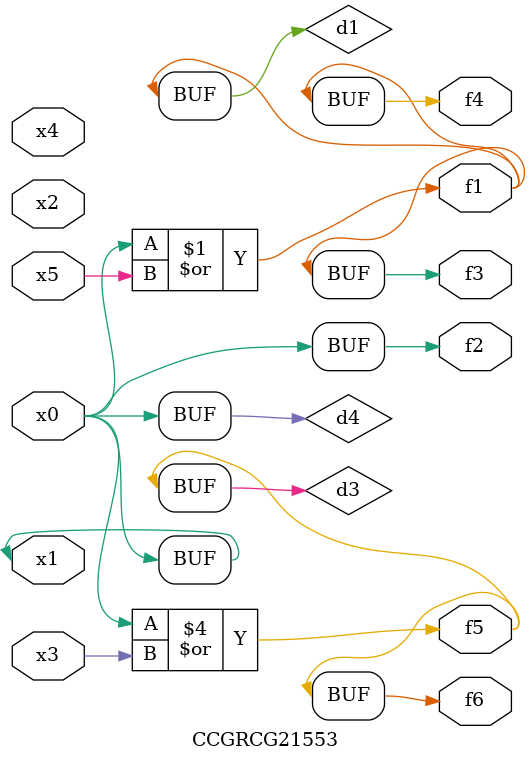
<source format=v>
module CCGRCG21553(
	input x0, x1, x2, x3, x4, x5,
	output f1, f2, f3, f4, f5, f6
);

	wire d1, d2, d3, d4;

	or (d1, x0, x5);
	xnor (d2, x1, x4);
	or (d3, x0, x3);
	buf (d4, x0, x1);
	assign f1 = d1;
	assign f2 = d4;
	assign f3 = d1;
	assign f4 = d1;
	assign f5 = d3;
	assign f6 = d3;
endmodule

</source>
